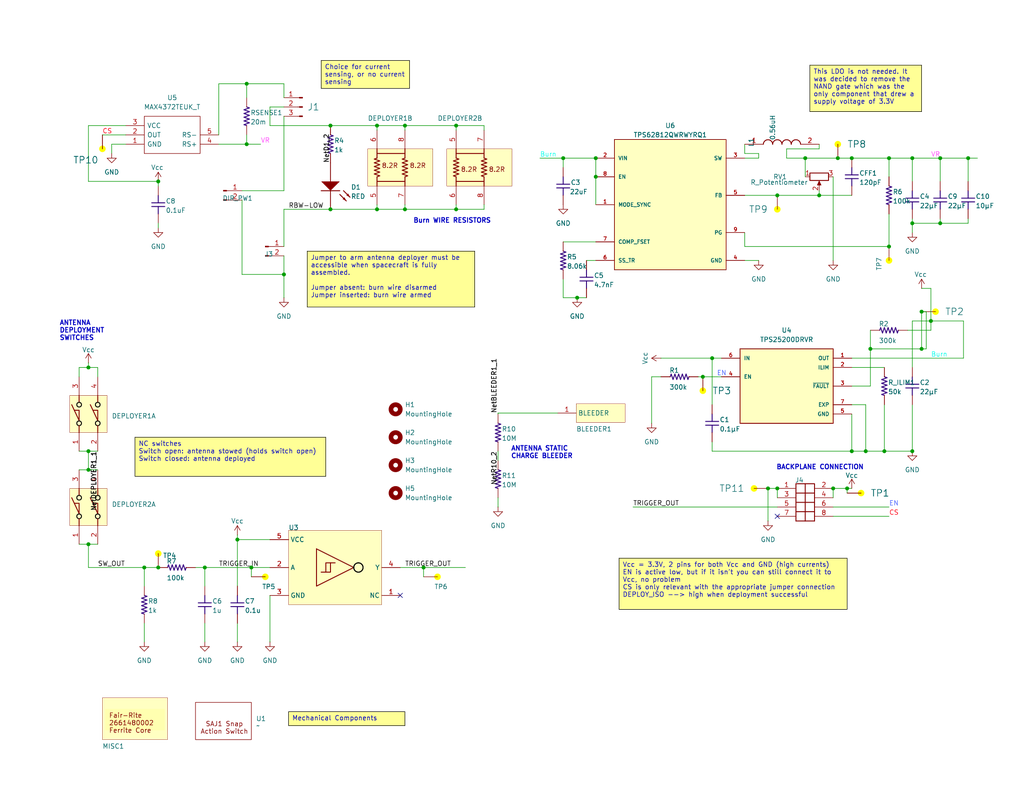
<source format=kicad_sch>
(kicad_sch (version 20231120) (generator "eeschema") (generator_version "8.0")
  (paper "USLetter")
  (title_block (title "Sanket") (date "2024-09-11") (rev "1.0") (company "Student Satellite Program") (comment 1 "Author : Tanish Raghute"))
  (junction (at 231.14 133.35))
  (junction (at 24.13 148.59))
  (junction (at 90.17 57.15))
  (junction (at 43.18 154.94))
  (junction (at 248.92 123.19))
  (junction (at 212.09 53.34))
  (junction (at 67.31 22.86))
  (junction (at 64.77 147.32))
  (junction (at 227.33 133.35))
  (junction (at 77.47 74.93))
  (junction (at 241.3 123.19))
  (junction (at 24.13 123.19))
  (junction (at 251.46 85.09))
  (junction (at 162.56 43.18))
  (junction (at 68.58 154.94))
  (junction (at 55.88 154.94))
  (junction (at 110.49 57.15))
  (junction (at 191.77 102.87))
  (junction (at 242.57 67.31))
  (junction (at 242.57 43.18))
  (junction (at 232.41 123.19))
  (junction (at 223.52 53.34))
  (junction (at 90.17 34.29))
  (junction (at 162.56 48.26))
  (junction (at 232.41 43.18))
  (junction (at 43.18 49.53))
  (junction (at 256.54 60.96))
  (junction (at 157.48 81.28))
  (junction (at 219.71 43.18))
  (junction (at 248.92 43.18))
  (junction (at 102.87 34.29))
  (junction (at 110.49 34.29))
  (junction (at 24.13 128.27))
  (junction (at 251.46 95.25))
  (junction (at 115.57 154.94))
  (junction (at 254 87.63))
  (junction (at 39.37 154.94))
  (junction (at 153.67 43.18))
  (junction (at 124.46 57.15))
  (junction (at 228.6 43.18))
  (junction (at 248.92 60.96))
  (junction (at 194.31 97.79))
  (junction (at 67.31 39.37))
  (junction (at 212.09 133.35))
  (junction (at 264.16 43.18))
  (junction (at 209.55 133.35))
  (junction (at 102.87 57.15))
  (junction (at 124.46 34.29))
  (junction (at 236.22 123.19))
  (junction (at 256.54 43.18))
  (junction (at 24.13 100.33))
  (junction (at 237.49 95.25))
  (no_connect (at 212.09 140.97))
  (no_connect (at 109.22 162.56))
  (wire (pts (xy 203.2 67.31) (xy 242.57 67.31)))
  (wire (pts (xy 24.13 99.06) (xy 24.13 100.33)))
  (wire (pts (xy 254 78.74) (xy 254 87.63)))
  (wire (pts (xy 231.14 133.35) (xy 232.41 133.35)))
  (wire (pts (xy 236.22 123.19) (xy 241.3 123.19)))
  (wire (pts (xy 24.13 49.53) (xy 43.18 49.53)))
  (wire (pts (xy 64.77 160.02) (xy 64.77 147.32)))
  (wire (pts (xy 135.89 112.776) (xy 152.146 112.776)))
  (wire (pts (xy 77.47 31.75) (xy 77.47 52.07)))
  (wire (pts (xy 53.34 154.94) (xy 55.88 154.94)))
  (wire (pts (xy 24.13 123.19) (xy 26.67 123.19)))
  (wire (pts (xy 160.02 71.12) (xy 162.56 71.12)))
  (wire (pts (xy 77.47 74.93) (xy 77.47 81.28)))
  (wire (pts (xy 43.18 50.8) (xy 43.18 49.53)))
  (wire (pts (xy 248.92 87.63) (xy 254 87.63)))
  (wire (pts (xy 153.67 76.2) (xy 153.67 81.28)))
  (wire (pts (xy 73.66 29.21) (xy 77.47 29.21)))
  (wire (pts (xy 227.33 135.89) (xy 227.33 133.35)))
  (wire (pts (xy 73.66 34.29) (xy 73.66 29.21)))
  (wire (pts (xy 232.41 123.19) (xy 236.22 123.19)))
  (wire (pts (xy 21.59 148.59) (xy 24.13 148.59)))
  (wire (pts (xy 110.49 35.56) (xy 110.49 34.29)))
  (wire (pts (xy 21.59 100.33) (xy 24.13 100.33)))
  (wire (pts (xy 237.49 95.25) (xy 251.46 95.25)))
  (wire (pts (xy 247.65 90.17) (xy 254 90.17)))
  (wire (pts (xy 214.63 43.18) (xy 219.71 43.18)))
  (wire (pts (xy 219.71 43.18) (xy 219.71 48.26)))
  (wire (pts (xy 66.04 74.93) (xy 77.47 74.93)))
  (wire (pts (xy 59.69 39.37) (xy 67.31 39.37)))
  (wire (pts (xy 24.13 128.27) (xy 26.67 128.27)))
  (wire (pts (xy 232.41 100.33) (xy 241.3 100.33)))
  (wire (pts (xy 24.13 148.59) (xy 26.67 148.59)))
  (wire (pts (xy 212.09 133.35) (xy 212.09 135.89)))
  (wire (pts (xy 227.33 133.35) (xy 231.14 133.35)))
  (wire (pts (xy 248.92 87.63) (xy 248.92 100.33)))
  (wire (pts (xy 90.17 34.29) (xy 102.87 34.29)))
  (wire (pts (xy 110.49 34.29) (xy 124.46 34.29)))
  (wire (pts (xy 24.13 154.94) (xy 39.37 154.94)))
  (wire (pts (xy 21.59 123.19) (xy 24.13 123.19)))
  (wire (pts (xy 231.14 133.35) (xy 231.14 134.62)))
  (wire (pts (xy 248.92 43.18) (xy 256.54 43.18)))
  (wire (pts (xy 203.2 53.34) (xy 212.09 53.34)))
  (wire (pts (xy 77.47 57.15) (xy 77.47 67.31)))
  (wire (pts (xy 102.87 35.56) (xy 102.87 34.29)))
  (wire (pts (xy 153.67 43.18) (xy 162.56 43.18)))
  (wire (pts (xy 256.54 59.69) (xy 256.54 60.96)))
  (wire (pts (xy 264.16 59.69) (xy 264.16 60.96)))
  (wire (pts (xy 132.08 34.29) (xy 132.08 35.56)))
  (wire (pts (xy 115.57 157.48) (xy 115.57 154.94)))
  (wire (pts (xy 30.48 39.37) (xy 30.48 41.91)))
  (wire (pts (xy 135.89 113.03) (xy 135.89 112.776)))
  (wire (pts (xy 227.33 140.97) (xy 242.57 140.97)))
  (wire (pts (xy 203.2 63.5) (xy 203.2 67.31)))
  (wire (pts (xy 68.58 154.94) (xy 73.66 154.94)))
  (wire (pts (xy 147.32 43.18) (xy 153.67 43.18)))
  (wire (pts (xy 251.46 78.74) (xy 254 78.74)))
  (wire (pts (xy 21.59 128.27) (xy 24.13 128.27)))
  (wire (pts (xy 102.87 34.29) (xy 110.49 34.29)))
  (wire (pts (xy 227.33 138.43) (xy 242.57 138.43)))
  (wire (pts (xy 64.77 147.32) (xy 73.66 147.32)))
  (wire (pts (xy 194.31 97.79) (xy 196.85 97.79)))
  (wire (pts (xy 264.16 43.18) (xy 264.16 49.53)))
  (wire (pts (xy 43.18 62.23) (xy 43.18 60.96)))
  (wire (pts (xy 194.31 120.65) (xy 194.31 123.19)))
  (wire (pts (xy 64.77 170.18) (xy 64.77 175.26)))
  (wire (pts (xy 24.13 123.19) (xy 24.13 128.27)))
  (wire (pts (xy 55.88 154.94) (xy 55.88 160.02)))
  (wire (pts (xy 241.3 110.49) (xy 241.3 123.19)))
  (wire (pts (xy 59.69 22.86) (xy 67.31 22.86)))
  (wire (pts (xy 191.77 102.87) (xy 196.85 102.87)))
  (wire (pts (xy 237.49 95.25) (xy 237.49 105.41)))
  (wire (pts (xy 153.67 66.04) (xy 162.56 66.04)))
  (wire (pts (xy 124.46 34.29) (xy 132.08 34.29)))
  (wire (pts (xy 68.58 157.48) (xy 68.58 154.94)))
  (wire (pts (xy 232.41 105.41) (xy 237.49 105.41)))
  (wire (pts (xy 26.67 100.33) (xy 26.67 102.87)))
  (wire (pts (xy 194.31 123.19) (xy 232.41 123.19)))
  (wire (pts (xy 219.71 43.18) (xy 228.6 43.18)))
  (wire (pts (xy 242.57 43.18) (xy 248.92 43.18)))
  (wire (pts (xy 59.69 22.86) (xy 59.69 36.83)))
  (wire (pts (xy 232.41 113.03) (xy 232.41 123.19)))
  (wire (pts (xy 67.31 39.37) (xy 71.12 39.37)))
  (wire (pts (xy 248.92 43.18) (xy 248.92 49.53)))
  (wire (pts (xy 153.67 43.18) (xy 153.67 45.72)))
  (wire (pts (xy 24.13 34.29) (xy 24.13 49.53)))
  (wire (pts (xy 102.87 55.88) (xy 102.87 57.15)))
  (wire (pts (xy 24.13 148.59) (xy 24.13 154.94)))
  (wire (pts (xy 73.66 34.29) (xy 90.17 34.29)))
  (wire (pts (xy 232.41 43.18) (xy 242.57 43.18)))
  (wire (pts (xy 67.31 22.86) (xy 77.47 22.86)))
  (wire (pts (xy 203.2 71.12) (xy 207.01 71.12)))
  (wire (pts (xy 227.33 48.26) (xy 227.33 71.12)))
  (wire (pts (xy 190.5 102.87) (xy 191.77 102.87)))
  (wire (pts (xy 207.01 43.18) (xy 207.01 41.91)))
  (wire (pts (xy 39.37 170.18) (xy 39.37 175.26)))
  (wire (pts (xy 124.46 57.15) (xy 132.08 57.15)))
  (wire (pts (xy 27.94 36.83) (xy 34.29 36.83)))
  (wire (pts (xy 242.57 43.18) (xy 242.57 48.26)))
  (wire (pts (xy 157.48 81.28) (xy 160.02 81.28)))
  (wire (pts (xy 55.88 154.94) (xy 68.58 154.94)))
  (wire (pts (xy 115.57 154.94) (xy 127 154.94)))
  (wire (pts (xy 77.47 22.86) (xy 77.47 26.67)))
  (wire (pts (xy 124.46 57.15) (xy 124.46 55.88)))
  (wire (pts (xy 21.59 102.87) (xy 21.59 100.33)))
  (wire (pts (xy 232.41 110.49) (xy 236.22 110.49)))
  (wire (pts (xy 254 90.17) (xy 254 87.63)))
  (wire (pts (xy 248.92 110.49) (xy 248.92 123.19)))
  (wire (pts (xy 256.54 43.18) (xy 264.16 43.18)))
  (wire (pts (xy 34.29 39.37) (xy 30.48 39.37)))
  (wire (pts (xy 264.16 43.18) (xy 266.7 43.18)))
  (wire (pts (xy 241.3 123.19) (xy 248.92 123.19)))
  (wire (pts (xy 248.92 60.96) (xy 248.92 63.5)))
  (wire (pts (xy 77.47 52.07) (xy 66.04 52.07)))
  (wire (pts (xy 242.57 58.42) (xy 242.57 67.31)))
  (wire (pts (xy 251.46 95.25) (xy 251.46 85.09)))
  (wire (pts (xy 251.46 95.25) (xy 252.73 95.25)))
  (wire (pts (xy 39.37 154.94) (xy 39.37 160.02)))
  (wire (pts (xy 223.52 40.64) (xy 223.52 39.37)))
  (wire (pts (xy 90.17 57.15) (xy 77.47 57.15)))
  (wire (pts (xy 124.46 34.29) (xy 124.46 35.56)))
  (wire (pts (xy 109.22 154.94) (xy 115.57 154.94)))
  (wire (pts (xy 262.89 97.79) (xy 262.89 87.63)))
  (wire (pts (xy 177.8 102.87) (xy 180.34 102.87)))
  (wire (pts (xy 252.73 95.25) (xy 252.73 85.09)))
  (wire (pts (xy 90.17 57.15) (xy 102.87 57.15)))
  (wire (pts (xy 180.34 97.79) (xy 194.31 97.79)))
  (wire (pts (xy 64.77 146.05) (xy 64.77 147.32)))
  (wire (pts (xy 256.54 43.18) (xy 256.54 49.53)))
  (wire (pts (xy 55.88 170.18) (xy 55.88 175.26)))
  (wire (pts (xy 256.54 60.96) (xy 248.92 60.96)))
  (wire (pts (xy 39.37 154.94) (xy 43.18 154.94)))
  (wire (pts (xy 203.2 41.91) (xy 203.2 39.37)))
  (wire (pts (xy 203.2 43.18) (xy 207.01 43.18)))
  (wire (pts (xy 66.04 54.61) (xy 66.04 74.93)))
  (wire (pts (xy 162.56 48.26) (xy 162.56 55.88)))
  (wire (pts (xy 207.01 41.91) (xy 203.2 41.91)))
  (wire (pts (xy 228.6 43.18) (xy 232.41 43.18)))
  (wire (pts (xy 209.55 142.24) (xy 209.55 133.35)))
  (wire (pts (xy 177.8 102.87) (xy 177.8 115.57)))
  (wire (pts (xy 77.47 69.85) (xy 77.47 74.93)))
  (wire (pts (xy 110.49 57.15) (xy 124.46 57.15)))
  (wire (pts (xy 132.08 57.15) (xy 132.08 55.88)))
  (wire (pts (xy 214.63 40.64) (xy 223.52 40.64)))
  (wire (pts (xy 223.52 53.34) (xy 232.41 53.34)))
  (wire (pts (xy 162.56 43.18) (xy 162.56 48.26)))
  (wire (pts (xy 236.22 110.49) (xy 236.22 123.19)))
  (wire (pts (xy 232.41 97.79) (xy 262.89 97.79)))
  (wire (pts (xy 212.09 53.34) (xy 223.52 53.34)))
  (wire (pts (xy 248.92 59.69) (xy 248.92 60.96)))
  (wire (pts (xy 254 87.63) (xy 262.89 87.63)))
  (wire (pts (xy 135.89 135.89) (xy 135.89 138.43)))
  (wire (pts (xy 73.66 175.26) (xy 73.66 162.56)))
  (wire (pts (xy 209.55 133.35) (xy 212.09 133.35)))
  (wire (pts (xy 223.52 52.07) (xy 223.52 53.34)))
  (wire (pts (xy 153.67 81.28) (xy 157.48 81.28)))
  (wire (pts (xy 264.16 60.96) (xy 256.54 60.96)))
  (wire (pts (xy 67.31 36.83) (xy 67.31 39.37)))
  (wire (pts (xy 110.49 57.15) (xy 110.49 55.88)))
  (wire (pts (xy 194.31 97.79) (xy 194.31 110.49)))
  (wire (pts (xy 172.72 138.43) (xy 212.09 138.43)))
  (wire (pts (xy 24.13 100.33) (xy 26.67 100.33)))
  (wire (pts (xy 135.89 123.19) (xy 135.89 125.73)))
  (wire (pts (xy 34.29 34.29) (xy 24.13 34.29)))
  (wire (pts (xy 102.87 57.15) (xy 110.49 57.15)))
  (wire (pts (xy 214.63 43.18) (xy 214.63 40.64)))
  (wire (pts (xy 67.31 26.67) (xy 67.31 22.86)))
  (wire (pts (xy 237.49 90.17) (xy 237.49 95.25)))
  (wire (pts (xy 252.73 85.09) (xy 251.46 85.09)))
  (text_box "ANTENNA STATIC\nCHARGE BLEEDER" (at 138.43 120.65 0) (size 31.75 5.08) (stroke (width -0.0001) (color 0 0 0 1)) (effects (font (size 1.27 1.27) (bold yes)) (justify left top)))
  (text_box "This LDO is not needed. It was decided to remove the NAND gate which was the only component that drew a supply voltage of 3.3V" (at 220.98 17.78 0) (size 30.48 12.7) (stroke (width 0) (color 0 0 0 1)) (fill (type color) (color 255 255 150 1)) (effects (font (size 1.27 1.27)) (justify left top)))
  (text_box "Burn WIRE RESISTORS" (at 111.76 58.42 0) (size 44.45 2.54) (stroke (width -0.0001) (color 0 0 0 1)) (effects (font (size 1.27 1.27) (bold yes)) (justify left top)))
  (text_box "Mechanical Components" (at 78.74 194.31 0) (size 31.75 3.81) (stroke (width 0) (color 0 0 0 1)) (fill (type color) (color 255 255 150 1)) (effects (font (size 1.27 1.27)) (justify left top)))
  (text_box "ANTENNA\nDEPLOYMENT\nSWITCHES" (at 31.75 86.36 0) (size -16.51 7.62) (stroke (width -0.0001) (color 0 0 0 1)) (effects (font (size 1.27 1.27) (bold yes)) (justify left top)))
  (text_box "NC switches\nSwitch open: antenna stowed (holds switch open)\nSwitch closed: antenna deployed" (at 36.83 119.38 0) (size 52.07 10.668) (stroke (width 0) (color 0 0 0 1)) (fill (type color) (color 255 255 150 1)) (effects (font (size 1.27 1.27)) (justify left top)))
  (text_box "Vcc = 3.3V, 2 pins for both Vcc and GND (high currents)\nEN is active low, but if it isn't you can still connect it to Vcc, no problem\nCS is only relevant with the appropriate jumper connection\nDEPLOY_ISO --> high when deployment successful" (at 168.91 152.4 0) (size 62.23 13.97) (stroke (width 0) (color 0 0 0 1)) (fill (type color) (color 255 255 150 1)) (effects (font (size 1.27 1.27)) (justify left top)))
  (text_box "BACKPLANE CONNECTION" (at 210.82 125.73 0) (size 31.75 2.54) (stroke (width -0.0001) (color 0 0 0 1)) (effects (font (size 1.27 1.27) (bold yes)) (justify left top)))
  (text_box "Choice for current sensing, or no current sensing" (at 87.63 16.51 0) (size 24.13 7.62) (stroke (width 0) (color 0 0 0 1)) (fill (type color) (color 255 255 150 1)) (effects (font (size 1.27 1.27)) (justify left top)))
  (text_box "Jumper to arm antenna deployer must be accessible when spacecraft is fully assembled.\n\nJumper absent: burn wire disarmed  \nJumper inserted: burn wire armed\n" (at 83.82 68.58 0) (size 45.72 15.24) (stroke (width 0) (color 0 0 0 1)) (fill (type color) (color 255 255 150 1)) (effects (font (size 1.27 1.27)) (justify left top)))
  (label "TRIGGER_OUT" (at 110.49 154.94 0))
  (label "CS" (at 242.57 140.97 0))
  (label "NetR10_2" (at 135.89 123.19 270))
  (label "EN" (at 195.58 102.87 0))
  (label "VR" (at 254 43.18 0))
  (label "CS" (at 27.94 36.83 0))
  (label "RBW-LOW" (at 78.74 57.15 0))
  (label "Burn" (at 147.32 43.18 0))
  (label "TRIGGER_IN" (at 59.69 154.94 0))
  (label "NetDEPLOYER1_1" (at 26.67 123.19 270))
  (label "NetD1_2" (at 90.17 44.45 90))
  (label "TRIGGER_OUT" (at 172.72 138.43 0))
  (label "Burn" (at 254 97.79 0))
  (label "NetDEPLOYER1_1" (at 26.67 123.19 270))
  (label "NetBLEEDER1_1" (at 135.89 112.776 90))
  (label "SW_OUT" (at 26.67 154.94 0))
  (label "EN" (at 242.57 138.43 0))
  (label "VR" (at 71.12 39.37 0))
  (label "NetBLEEDER1_1" (at 135.89 112.776 90))
  (label "NetDEPLOYER1_1" (at 26.67 123.19 270))
  (label "NetD1_2" (at 90.17 44.45 90))
  (label "NetDEPLOYER1_1" (at 26.67 123.19 270))
  (label "NetR10_2" (at 135.89 123.19 270))
  (symbol (lib_id "sanket 4.0-altium-import:root_0_MISC-TP-SURF") (at 119.38 157.48 0) (unit 1)
    (property "Reference" "TP6" (at 118.491 160.909 0) (effects (justify left bottom)))
    (property "Value" "Test points" (effects (hide yes)))
    (property "Footprint" "antenna:MISC-TP-SURF" (effects (hide yes)))
  )
  (symbol (lib_id "sanket 4.0-altium-import:root_0_MECH-Antenna-Deployer-Tab") (at 121.92 55.88 0) (unit 2)
    (property "Reference" "DEPLOYER2" (at 119.38 33.02 0) (effects (justify left bottom)))
    (property "Footprint" "antenna:MECH-DEPLOYER-CENTRE" (effects (hide yes)))
  )
  (symbol (lib_id "Mechanical:MountingHole") (at 107.95 111.76 0) (unit 1) (exclude_from_sim yes) (in_bom no)
    (property "Reference" "H1" (at 110.49 110.4899 0) (effects (justify left)))
    (property "Value" "MountingHole" (at 110.49 113.0299 0) (effects (justify left)))
    (property "Footprint" "MountingHole:MountingHole_3.2mm_M3" (effects (hide yes)))
    (property "Description" "Mounting Hole without connection" (effects (hide yes)))
  )
  (symbol (lib_id "Mechanical:MountingHole") (at 107.95 119.38 0) (unit 1) (exclude_from_sim yes) (in_bom no)
    (property "Reference" "H2" (at 110.49 118.1099 0) (effects (justify left)))
    (property "Value" "MountingHole" (at 110.49 120.6499 0) (effects (justify left)))
    (property "Footprint" "MountingHole:MountingHole_3.2mm_M3" (effects (hide yes)))
    (property "Description" "Mounting Hole without connection" (effects (hide yes)))
  )
  (symbol (lib_id "sanket 4.0-altium-import:root_1_MISC-TP-SURF") (at 43.18 151.13 0) (unit 1)
    (property "Reference" "TP4" (at 44.45 152.4 0) (effects (justify left bottom)))
    (property "Value" "Test points" (effects (hide yes)))
    (property "Footprint" "antenna:MISC-TP-SURF" (effects (hide yes)))
  )
  (symbol (lib_id "TPS25200DRVR:TPS25200DRVR") (at 214.63 105.41 0) (unit 1)
    (property "Reference" "U4" (at 214.63 90.17 0))
    (property "Value" "TPS25200DRVR" (at 214.63 92.71 0))
    (property "Footprint" "TPS25200DRVR footprint symbol:SON65P200X200X80-7N" (effects (hide yes)))
    (property "DigiKey_Part_Number" "296-37842-2-ND" (effects (hide yes)))
    (property "MF" "Texas Instruments" (effects (hide yes)))
    (property "MAXIMUM_PACKAGE_HEIGHT" "0.8 mm" (effects (hide yes)))
    (property "Package" "WSON-6 Texas Instruments" (effects (hide yes)))
    (property "Check_prices" "https://www.snapeda.com/parts/TPS25200DRVR/Texas+Instruments/view-part/?ref=eda" (effects (hide yes)))
    (property "STANDARD" "IPC 7351B" (effects (hide yes)))
    (property "PARTREV" "D" (effects (hide yes)))
    (property "SnapEDA_Link" "https://www.snapeda.com/parts/TPS25200DRVR/Texas+Instruments/view-part/?ref=snap" (effects (hide yes)))
    (property "MP" "TPS25200DRVR" (effects (hide yes)))
    (property "Purchase-URL" "https://www.snapeda.com/api/url_track_click_mouser/?unipart_id=549236&manufacturer=Texas Instruments&part_name=TPS25200DRVR&search_term=tps25200drvr" (effects (hide yes)))
    (property "Description_1" "\n2.5-V to 6.5-V, 60mΩ, 0.085-2.9A eFuse with reverse current blocking when off\n" (effects (hide yes)))
    (property "MANUFACTURER" "Texas Instruments" (effects (hide yes)))
    (property "Price" "None" (effects (hide yes)))
    (property "Availability" "In Stock" (effects (hide yes)))
  )
  (symbol (lib_id "power:GND") (at 135.89 138.43 0) (unit 1)
    (property "Reference" "#PWR019" (effects (hide yes)))
    (property "Value" "GND" (at 135.89 143.51 0))
    (property "Description" "Power symbol creates a global label with name \"GND\" , ground" (effects (hide yes)))
  )
  (symbol (lib_id "power:VCC") (at 64.77 146.05 0) (mirror y) (unit 1)
    (property "Reference" "#PWR0119" (effects (hide yes)))
    (property "Value" "Vcc" (at 64.77 142.24 0))
    (property "Description" "Power symbol creates a global label with name \"VCC\"" (effects (hide yes)))
  )
  (symbol (lib_id "power:GND") (at 227.33 71.12 0) (unit 1)
    (property "Reference" "#PWR014" (effects (hide yes)))
    (property "Value" "GND" (at 227.33 76.2 0))
    (property "Description" "Power symbol creates a global label with name \"GND\" , ground" (effects (hide yes)))
  )
  (symbol (lib_id "sanket 4.0-altium-import:root_1_CAP-CER-4.7u-10V") (at 160.02 76.2 0) (unit 1)
    (property "Reference" "C5" (at 162.052 75.946 0) (effects (justify left bottom)))
    (property "Value" "4.7nF" (at 162.052 78.486 0) (effects (justify left bottom)))
    (property "Footprint" "antenna:CAP-0603-KEMET" (effects (hide yes)))
    (property "Description" "±10% 10V Ceramic Capacitor X5R 0603 (1608 Metric)" (effects (hide yes)))
    (property "MANUFACTURER" "KEMET" (effects (hide yes)))
    (property "MANUFACTURER PART NUMBER" "C0603C475K8PACTU" (effects (hide yes)))
    (property "SUPPLIER 1" "Digi-Key" (effects (hide yes)))
    (property "SUPPLIER PART NUMBER 1" "399-5503-1-ND" (effects (hide yes)))
    (property "COMPONENTLINK1DESCRIPTION" "Datasheet" (effects (hide yes)))
    (property "COMPONENTLINK1URL" "https://www.kemet.com/en/us/capacitors/ceramic/product/C0603C475K8PACTU.html" (effects (hide yes)))
  )
  (symbol (lib_id "sanket 4.0-altium-import:root_1_RES-1k-1%") (at 39.37 165.1 0) (unit 1)
    (property "Reference" "R8" (at 40.386 164.846 0) (effects (justify left bottom)))
    (property "Value" "1k" (at 40.386 167.386 0) (effects (justify left bottom)))
    (property "Footprint" "antenna:RES_0603_Panasonic" (effects (hide yes)))
    (property "SUPPLIER PART NUMBER 1" "P1.00KHCT-ND" (effects (hide yes)))
  )
  (symbol (lib_id "Connector:Conn_01x02_Pin") (at 60.96 52.07 0) (unit 1)
    (property "Reference" "DIR_PW1" (at 60.706 54.864 0) (effects (justify left bottom)))
    (property "Value" "ARM_Header" (effects (hide yes)))
    (property "Footprint" "Connector_PinHeader_2.54mm:PinHeader_1x02_P2.54mm_Vertical" (effects (hide yes)))
    (property "Description" "Generic connector, single row, 01x02, script generated" (effects (hide yes)))
    (property "SUPPLIER PART NUMBER 1" "952-3231-ND" (effects (hide yes)))
  )
  (symbol (lib_id "sanket 4.0-altium-import:root_3_RES-10M-1%") (at 241.3 105.41 0) (unit 1)
    (property "Reference" "R_ILIM1" (at 242.316 105.156 0) (effects (justify left bottom)))
    (property "Value" "50k" (at 242.316 107.696 0) (effects (justify left bottom)))
    (property "Footprint" "antenna:RES_0603_Panasonic" (effects (hide yes)))
    (property "SUPPLIER PART NUMBER 1" "311-10.0MHRCT-ND" (effects (hide yes)))
  )
  (symbol (lib_id "sanket 4.0-altium-import:root_0_MISC-TP-SURF") (at 72.39 157.48 0) (unit 1)
    (property "Reference" "TP5" (at 71.501 160.909 0) (effects (justify left bottom)))
    (property "Value" "Test points" (effects (hide yes)))
    (property "Footprint" "antenna:MISC-TP-SURF" (effects (hide yes)))
  )
  (symbol (lib_id "antenna:MISC-TP-SURF") (at 234.95 134.62 0) (unit 1)
    (property "Reference" "TP1" (at 237.49 134.6199 0) (effects (font (size 1.8288 1.8288)) (justify left)))
    (property "Value" "Test points" (effects (hide yes)))
    (property "Footprint" "antenna:MISC-TP-SURF" (effects (hide yes)))
    (property "Description" "Surface test point" (effects (hide yes)))
  )
  (symbol (lib_id "power:GND") (at 77.47 81.28 0) (unit 1)
    (property "Reference" "#PWR06" (effects (hide yes)))
    (property "Value" "GND" (at 77.47 86.36 0))
    (property "Description" "Power symbol creates a global label with name \"GND\" , ground" (effects (hide yes)))
  )
  (symbol (lib_id "sanket 4.0-altium-import:root_1_RES-1k-1%") (at 67.31 31.75 0) (unit 1)
    (property "Reference" "RSENSE1" (at 68.326 31.496 0) (effects (justify left bottom)))
    (property "Value" "20m" (at 68.326 34.036 0) (effects (justify left bottom)))
    (property "Footprint" "antenna:RES_0603_Panasonic" (effects (hide yes)))
    (property "SUPPLIER PART NUMBER 1" "P1.00KHCT-ND" (effects (hide yes)))
  )
  (symbol (lib_id "sanket 4.0-altium-import:root_1_RES-1k-1%") (at 90.17 39.37 0) (unit 1)
    (property "Reference" "R4" (at 91.186 39.116 0) (effects (justify left bottom)))
    (property "Value" "1k" (at 91.186 41.656 0) (effects (justify left bottom)))
    (property "Footprint" "antenna:RES_0603_Panasonic" (effects (hide yes)))
    (property "SUPPLIER PART NUMBER 1" "P1.00KHCT-ND" (effects (hide yes)))
  )
  (symbol (lib_id "power:GND") (at 64.77 175.26 0) (unit 1)
    (property "Reference" "#PWR017" (effects (hide yes)))
    (property "Value" "GND" (at 64.77 180.34 0))
    (property "Description" "Power symbol creates a global label with name \"GND\" , ground" (effects (hide yes)))
  )
  (symbol (lib_id "sanket 4.0-altium-import:root_3_RES-10M-1%") (at 153.67 71.12 0) (unit 1)
    (property "Reference" "R5" (at 154.686 70.866 0) (effects (justify left bottom)))
    (property "Value" "8.06k" (at 154.686 73.406 0) (effects (justify left bottom)))
    (property "Footprint" "antenna:RES_0603_Panasonic" (effects (hide yes)))
    (property "SUPPLIER PART NUMBER 1" "311-10.0MHRCT-ND" (effects (hide yes)))
  )
  (symbol (lib_id "sanket 4.0-altium-import:root_1_MECH-Antenna Deployer") (at 21.59 123.19 0) (unit 1)
    (property "Reference" "DEPLOYER1" (at 30.48 114.3 0) (effects (justify left bottom)))
    (property "Footprint" "antenna:MECH-Deployer-Shield" (effects (hide yes)))
  )
  (symbol (lib_id "sanket 4.0-altium-import:root_1_CAP-CER-0.1u-16V") (at 64.77 165.1 0) (unit 1)
    (property "Reference" "C7" (at 66.802 164.846 0) (effects (justify left bottom)))
    (property "Value" "0.1u" (at 66.802 167.386 0) (effects (justify left bottom)))
    (property "Footprint" "antenna:CAP-0603-KEMET" (effects (hide yes)))
    (property "SUPPLIER PART NUMBER 1" "399-17393-1-ND" (effects (hide yes)))
  )
  (symbol (lib_id "antenna:MISC-TP-SURF") (at 255.27 85.09 0) (unit 1)
    (property "Reference" "TP2" (at 257.81 85.0899 0) (effects (font (size 1.8288 1.8288)) (justify left)))
    (property "Value" "Test points" (effects (hide yes)))
    (property "Footprint" "antenna:MISC-TP-SURF" (effects (hide yes)))
    (property "Description" "Surface test point" (effects (hide yes)))
  )
  (symbol (lib_id "sanket 4.0-altium-import:root_1_CAP-CER-0.1u-16V") (at 43.18 55.88 0) (unit 1)
    (property "Reference" "C8" (at 45.212 55.626 0) (effects (justify left bottom)))
    (property "Value" "0.1uF" (at 45.212 58.166 0) (effects (justify left bottom)))
    (property "Footprint" "antenna:CAP-0603-KEMET" (effects (hide yes)))
    (property "SUPPLIER PART NUMBER 1" "399-17393-1-ND" (effects (hide yes)))
  )
  (symbol (lib_id "power:VCC") (at 43.18 49.53 0) (unit 1)
    (property "Reference" "#PWR01" (effects (hide yes)))
    (property "Value" "Vcc" (at 42.926 45.72 0))
    (property "Description" "Power symbol creates a global label with name \"VCC\"" (effects (hide yes)))
  )
  (symbol (lib_id "power:GND") (at 248.92 63.5 0) (unit 1)
    (property "Reference" "#PWR07" (effects (hide yes)))
    (property "Value" "GND" (at 248.92 68.58 0))
    (property "Description" "Power symbol creates a global label with name \"GND\" , ground" (effects (hide yes)))
  )
  (symbol (lib_id "sanket 4.0-altium-import:root_0_RES-100k-1%") (at 48.26 154.94 0) (unit 1)
    (property "Reference" "R7" (at 45.466 153.924 0) (effects (justify left bottom)))
    (property "Value" "100k" (at 45.466 158.496 0) (effects (justify left bottom)))
    (property "Footprint" "antenna:RES_0603_Panasonic" (effects (hide yes)))
    (property "MANUFACTURER PART NUMBER" "ERJ3EKF1003V" (effects (hide yes)))
  )
  (symbol (lib_id "Connector:Conn_01x03_Pin") (at 82.55 29.21 0) (mirror y) (unit 1)
    (property "Reference" "J1" (at 83.82 29.2099 0) (effects (font (size 1.8288 1.8288)) (justify right)))
    (property "Value" "HEAD-RA-SMT-2.54mm-1x3" (effects (hide yes)))
    (property "Footprint" "Connector_PinHeader_2.54mm:PinHeader_1x03_P2.54mm_Vertical" (effects (hide yes)))
    (property "Description" "Generic connector, single row, 01x03, script generated" (effects (hide yes)))
    (property "Manufacturer" "Harwin Inc." (effects (hide yes)))
    (property "Manufacturer Part Number" "M20-8890345" (effects (hide yes)))
    (property "Supplier 1" "Digi-Key" (effects (hide yes)))
    (property "Supplier Part Number 1" "952-3232-ND" (effects (hide yes)))
    (property "ComponentLink1Description" "Datasheet" (effects (hide yes)))
    (property "ComponentLink1URL" "https://cdn.harwin.com/pdfs/M20-889.pdf" (effects (hide yes)))
  )
  (symbol (lib_id "Device:R_Potentiometer") (at 223.52 48.26 90) (mirror x) (unit 1)
    (property "Reference" "RV1" (at 212.852 48.26 90))
    (property "Value" "R_Potentiometer" (at 212.598 49.784 90))
    (property "Footprint" "Potentiometer_THT:Potentiometer_Runtron_RM-065_Vertical" (effects (hide yes)))
    (property "Description" "Potentiometer" (effects (hide yes)))
  )
  (symbol (lib_id "sanket 4.0-altium-import:root_0_MECH-BLEEDER") (at 162.306 112.776 0) (unit 1)
    (property "Reference" "BLEEDER1" (at 157.226 117.856 0) (effects (justify left bottom)))
    (property "Value" "Present (no need to buy)" (effects (hide yes)))
    (property "Footprint" "antenna:MISC-BLEEDER-PAD" (effects (hide yes)))
  )
  (symbol (lib_id "power:GND") (at 177.8 115.57 0) (unit 1)
    (property "Reference" "#PWR012" (effects (hide yes)))
    (property "Value" "GND" (at 177.8 120.65 0))
    (property "Description" "Power symbol creates a global label with name \"GND\" , ground" (effects (hide yes)))
  )
  (symbol (lib_id "sanket 4.0-altium-import:root_0_HEAD-2.54mm-2x4") (at 217.17 132.08 0) (unit 1)
    (property "Reference" "J4" (at 216.916 131.826 0) (effects (justify left bottom)))
    (property "Value" "Backplane" (effects (hide yes)))
    (property "Footprint" "antenna:HEAD_TSW-104-14-L-D" (effects (hide yes)))
    (property "SUPPLIER 1" "Digi-Key" (effects (hide yes)))
  )
  (symbol (lib_id "antenna:MISC-TP-SURF") (at 191.77 106.68 270) (unit 1)
    (property "Reference" "TP3" (at 194.31 106.6799 90) (effects (font (size 1.8288 1.8288)) (justify left)))
    (property "Value" "Test points" (effects (hide yes)))
    (property "Footprint" "antenna:MISC-TP-SURF" (effects (hide yes)))
    (property "Description" "Surface test point" (effects (hide yes)))
  )
  (symbol (lib_id "sanket 4.0-altium-import:root_3_RES-10M-1%") (at 242.57 53.34 0) (unit 1)
    (property "Reference" "R6" (at 243.586 53.086 0) (effects (justify left bottom)))
    (property "Value" "100k" (at 243.586 55.626 0) (effects (justify left bottom)))
    (property "Footprint" "antenna:RES_0603_Panasonic" (effects (hide yes)))
    (property "SUPPLIER PART NUMBER 1" "311-10.0MHRCT-ND" (effects (hide yes)))
  )
  (symbol (lib_id "antenna:MISC-TP-SURF") (at 205.74 133.35 0) (mirror y) (unit 1)
    (property "Reference" "TP11" (at 203.2 133.3499 0) (effects (font (size 1.8288 1.8288)) (justify left)))
    (property "Value" "Test points" (effects (hide yes)))
    (property "Footprint" "antenna:MISC-TP-SURF" (effects (hide yes)))
    (property "Description" "Surface test point" (effects (hide yes)))
  )
  (symbol (lib_id "power:GND") (at 73.66 175.26 0) (unit 1)
    (property "Reference" "#PWR018" (effects (hide yes)))
    (property "Value" "GND" (at 73.66 180.34 0))
    (property "Description" "Power symbol creates a global label with name \"GND\" , ground" (effects (hide yes)))
  )
  (symbol (lib_id "power:GND") (at 209.55 142.24 0) (unit 1)
    (property "Reference" "#PWR011" (effects (hide yes)))
    (property "Value" "GND" (at 209.55 147.32 0))
    (property "Description" "Power symbol creates a global label with name \"GND\" , ground" (effects (hide yes)))
  )
  (symbol (lib_id "sanket 4.0-altium-import:root_2_mirrored_MECH-Antenna Deployer") (at 100.33 35.56 0) (unit 2)
    (property "Reference" "DEPLOYER1" (at 100.33 33.02 0) (effects (justify left bottom)))
    (property "Footprint" "antenna:MECH-Deployer-Shield" (effects (hide yes)))
  )
  (symbol (lib_id "power:VCC") (at 251.46 78.74 0) (unit 1)
    (property "Reference" "#PWR010" (effects (hide yes)))
    (property "Value" "Vcc" (at 251.206 74.93 0))
    (property "Description" "Power symbol creates a global label with name \"VCC\"" (effects (hide yes)))
  )
  (symbol (lib_id "Mechanical:MountingHole") (at 107.95 134.62 0) (unit 1) (exclude_from_sim yes) (in_bom no)
    (property "Reference" "H5" (at 110.49 133.3499 0) (effects (justify left)))
    (property "Value" "MountingHole" (at 110.49 135.8899 0) (effects (justify left)))
    (property "Footprint" "MountingHole:MountingHole_3.2mm_M3" (effects (hide yes)))
    (property "Description" "Mounting Hole without connection" (effects (hide yes)))
  )
  (symbol (lib_id "power:GND") (at 39.37 175.26 0) (unit 1)
    (property "Reference" "#PWR09" (effects (hide yes)))
    (property "Value" "GND" (at 39.37 180.34 0))
    (property "Description" "Power symbol creates a global label with name \"GND\" , ground" (effects (hide yes)))
  )
  (symbol (lib_id "sanket 4.0-altium-import:root_0_RES-0R-JUMPER-0603") (at 242.57 90.17 0) (unit 1)
    (property "Reference" "R2" (at 239.776 89.154 0) (effects (justify left bottom)))
    (property "Value" "300k" (at 239.776 93.726 0) (effects (justify left bottom)))
    (property "Footprint" "antenna:RES_0603_Panasonic" (effects (hide yes)))
    (property "SUPPLIER PART NUMBER 1" "P0.0GCT-ND" (effects (hide yes)))
  )
  (symbol (lib_id "Mechanical:MountingHole") (at 107.95 127 0) (unit 1) (exclude_from_sim yes) (in_bom no)
    (property "Reference" "H3" (at 110.49 125.7299 0) (effects (justify left)))
    (property "Value" "MountingHole" (at 110.49 128.2699 0) (effects (justify left)))
    (property "Footprint" "MountingHole:MountingHole_3.2mm_M3" (effects (hide yes)))
    (property "Description" "Mounting Hole without connection" (effects (hide yes)))
  )
  (symbol (lib_id "power:GND") (at 43.18 62.23 0) (unit 1)
    (property "Reference" "#PWR02" (effects (hide yes)))
    (property "Value" "GND" (at 43.18 67.31 0))
    (property "Description" "Power symbol creates a global label with name \"GND\" , ground" (effects (hide yes)))
  )
  (symbol (lib_id "sanket 4.0-altium-import:root_3_RES-10M-1%") (at 135.89 130.81 0) (unit 1)
    (property "Reference" "R11" (at 136.906 130.556 0) (effects (justify left bottom)))
    (property "Value" "10M" (at 136.906 133.096 0) (effects (justify left bottom)))
    (property "Footprint" "antenna:RES_0603_Panasonic" (effects (hide yes)))
    (property "SUPPLIER PART NUMBER 1" "311-10.0MHRCT-ND" (effects (hide yes)))
  )
  (symbol (lib_id "TPS25200DRVR:MISC-DEPLOYMENT-SWITCH") (at 60.96 194.31 0) (unit 1)
    (property "Reference" "U1" (at 69.85 196.2149 0) (effects (justify left)))
    (property "Value" "~" (at 69.85 198.12 0) (effects (justify left)))
  )
  (symbol (lib_id "sanket 4.0-altium-import:root_0_MISC-FERRITE") (at 36.83 198.12 0) (unit 1)
    (property "Reference" "MISC1" (at 27.94 204.47 0) (effects (justify left bottom)))
    (property "Value" "Ferrite bead" (effects (hide yes)))
    (property "Footprint" "antenna:MISC-FERRITE-2661480002" (effects (hide yes)))
    (property "SUPPLIER PART NUMBER 1" "1934-1241-ND" (effects (hide yes)))
  )
  (symbol (lib_id "sanket 4.0-altium-import:root_3_LED-RED") (at 92.71 49.53 0) (unit 1)
    (property "Reference" "D1" (at 95.758 51.816 0) (effects (justify left bottom)))
    (property "Value" "RED" (at 95.758 54.356 0) (effects (justify left bottom)))
    (property "Footprint" "antenna:LED_0603_150060RS75000" (effects (hide yes)))
    (property "SUPPLIER PART NUMBER 1" "732-4978-1-ND" (effects (hide yes)))
  )
  (symbol (lib_id "antenna:MISC-TP-SURF") (at 228.6 39.37 270) (mirror x) (unit 1)
    (property "Reference" "TP8" (at 231.14 39.3701 90) (effects (font (size 1.8288 1.8288)) (justify left)))
    (property "Value" "Test points" (effects (hide yes)))
    (property "Footprint" "antenna:MISC-TP-SURF" (effects (hide yes)))
    (property "Description" "Surface test point" (effects (hide yes)))
  )
  (symbol (lib_id "power:VCC") (at 24.13 99.06 0) (mirror y) (unit 1)
    (property "Reference" "#PWR0101" (effects (hide yes)))
    (property "Value" "Vcc" (at 24.13 95.504 0))
    (property "Description" "Power symbol creates a global label with name \"VCC\"" (effects (hide yes)))
  )
  (symbol (lib_id "sanket 4.0-altium-import:root_3_RES-10M-1%") (at 135.89 118.11 0) (unit 1)
    (property "Reference" "R10" (at 136.906 117.856 0) (effects (justify left bottom)))
    (property "Value" "10M" (at 136.906 120.396 0) (effects (justify left bottom)))
    (property "Footprint" "antenna:RES_0603_Panasonic" (effects (hide yes)))
    (property "SUPPLIER PART NUMBER 1" "311-10.0MHRCT-ND" (effects (hide yes)))
  )
  (symbol (lib_id "power:GND") (at 153.67 55.88 0) (unit 1)
    (property "Reference" "#PWR08" (effects (hide yes)))
    (property "Value" "GND" (at 153.67 60.96 0))
    (property "Description" "Power symbol creates a global label with name \"GND\" , ground" (effects (hide yes)))
  )
  (symbol (lib_id "sanket 4.0-altium-import:root_0_IC-SN74LVC1G14QDCKRQ1") (at 73.66 165.1 0) (unit 1)
    (property "Reference" "U3" (at 78.74 144.78 0) (effects (justify left bottom)))
    (property "Value" "SN74LVC1G17QDCKRQ1" (effects (hide yes)))
    (property "Footprint" "antenna:IC_SC70-5" (effects (hide yes)))
    (property "COMPONENTLINK1URL" "http://www.ti.com/lit/ds/symlink/sn74lvc1g14-q1.pdf?src-supplier=Digi-Key" (effects (hide yes)))
  )
  (symbol (lib_id "sanket 4.0-altium-import:root_1_CAP-CER-0.1u-16V") (at 194.31 115.57 0) (unit 1)
    (property "Reference" "C1" (at 196.342 115.316 0) (effects (justify left bottom)))
    (property "Value" "0.1µF" (at 196.342 117.856 0) (effects (justify left bottom)))
    (property "Footprint" "antenna:CAP-0603-KEMET" (effects (hide yes)))
    (property "SUPPLIER PART NUMBER 1" "399-17393-1-ND" (effects (hide yes)))
  )
  (symbol (lib_id "sanket 4.0-altium-import:root_1_CAP-CER-4.7u-10V") (at 232.41 48.26 0) (unit 1)
    (property "Reference" "CFF1" (at 234.442 48.006 0) (effects (justify left bottom)))
    (property "Value" "120pF" (at 234.442 50.546 0) (effects (justify left bottom)))
    (property "Footprint" "antenna:CAP-0603-KEMET" (effects (hide yes)))
    (property "Description" "±10% 10V Ceramic Capacitor X5R 0603 (1608 Metric)" (effects (hide yes)))
    (property "MANUFACTURER" "KEMET" (effects (hide yes)))
    (property "MANUFACTURER PART NUMBER" "C0603C475K8PACTU" (effects (hide yes)))
    (property "SUPPLIER 1" "Digi-Key" (effects (hide yes)))
    (property "SUPPLIER PART NUMBER 1" "399-5503-1-ND" (effects (hide yes)))
    (property "COMPONENTLINK1DESCRIPTION" "Datasheet" (effects (hide yes)))
    (property "COMPONENTLINK1URL" "https://www.kemet.com/en/us/capacitors/ceramic/product/C0603C475K8PACTU.html" (effects (hide yes)))
  )
  (symbol (lib_id "power:GND") (at 207.01 71.12 0) (unit 1)
    (property "Reference" "#PWR015" (effects (hide yes)))
    (property "Value" "GND" (at 207.01 76.2 0))
    (property "Description" "Power symbol creates a global label with name \"GND\" , ground" (effects (hide yes)))
  )
  (symbol (lib_id "sanket 4.0-altium-import:root_1_CAP-CER-4.7u-10V") (at 264.16 54.61 0) (unit 1)
    (property "Reference" "C10" (at 266.192 54.356 0) (effects (justify left bottom)))
    (property "Value" "10µF" (at 266.192 56.896 0) (effects (justify left bottom)))
    (property "Footprint" "antenna:CAP-0603-KEMET" (effects (hide yes)))
    (property "Description" "±10% 10V Ceramic Capacitor X5R 0603 (1608 Metric)" (effects (hide yes)))
    (property "MANUFACTURER" "KEMET" (effects (hide yes)))
    (property "MANUFACTURER PART NUMBER" "C0603C475K8PACTU" (effects (hide yes)))
    (property "SUPPLIER 1" "Digi-Key" (effects (hide yes)))
    (property "SUPPLIER PART NUMBER 1" "399-5503-1-ND" (effects (hide yes)))
    (property "COMPONENTLINK1DESCRIPTION" "Datasheet" (effects (hide yes)))
    (property "COMPONENTLINK1URL" "https://www.kemet.com/en/us/capacitors/ceramic/product/C0603C475K8PACTU.html" (effects (hide yes)))
  )
  (symbol (lib_id "MAX4372HEUK+T:MAX4372HEUK+T") (at 34.29 39.37 0) (mirror x) (unit 1)
    (property "Reference" "U5" (at 46.99 26.67 0))
    (property "Value" "MAX4372TEUK_T" (at 46.99 29.21 0))
    (property "Footprint" "KiCad:SOT95P280X145-5N" (effects (hide yes)))
    (property "Datasheet" "https://componentsearchengine.com/Datasheets/2/MAX4372HEUK+T.pdf" (effects (hide yes)))
    (property "Description" "Maxim MAX4372HEUK+T, Current Sensing Amplifier Single 5-Pin SOT-23" (effects (hide yes)))
    (property "DigiKey_Part_Number" "MAX4372TEUK+TTR-ND" (effects (hide yes)))
    (property "MF" "Analog Devices" (effects (hide yes)))
    (property "Purchase-URL" "https://www.snapeda.com/api/url_track_click_mouser/?unipart_id=577510&manufacturer=Analog Devices&part_name=MAX4372TEUK+T&search_term=None" (effects (hide yes)))
    (property "PACKAGE" "SOT-23-5" (effects (hide yes)))
    (property "MPN" "MAX4372TEUK+T" (effects (hide yes)))
    (property "Package" "SOT-23-5 Maxim Integrated" (effects (hide yes)))
    (property "OC_FARNELL" "-" (effects (hide yes)))
    (property "SnapEDA_Link" "https://www.snapeda.com/parts/MAX4372TEUK+T/Analog+Devices/view-part/?ref=snap" (effects (hide yes)))
    (property "MP" "MAX4372TEUK+T" (effects (hide yes)))
    (property "SUPPLIER" "Maxim" (effects (hide yes)))
    (property "Description_1" "Maxim MAX4372HEUK+T, Current Sensing Amplifier Single 5-Pin SOT-23" (effects (hide yes)))
    (property "OC_NEWARK" "67K5237" (effects (hide yes)))
    (property "Check_prices" "https://www.snapeda.com/parts/MAX4372TEUK+T/Analog+Devices/view-part/?ref=eda" (effects (hide yes)))
    (property "Price" "None" (effects (hide yes)))
    (property "Availability" "In Stock" (effects (hide yes)))
    (property "Height" "1.45" (effects (hide yes)))
    (property "Manufacturer_Name" "Analog Devices" (effects (hide yes)))
    (property "Manufacturer_Part_Number" "MAX4372HEUK+T" (effects (hide yes)))
    (property "Mouser Part Number" "700-MAX4372HEUK+T" (effects (hide yes)))
    (property "Mouser Price/Stock" "https://www.mouser.co.uk/ProductDetail/Analog-Devices-Maxim-Integrated/MAX4372HEUK%2bT?qs=1eQvB6Dk1vguheoXjIjTiA%3D%3D" (effects (hide yes)))
    (property "Arrow Part Number" "MAX4372HEUK+T" (effects (hide yes)))
    (property "Arrow Price/Stock" "https://www.arrow.com/en/products/max4372heukt/analog-devices?region=nac" (effects (hide yes)))
  )
  (symbol (lib_id "antenna:MISC-TP-SURF") (at 212.09 57.15 90) (mirror x) (unit 1)
    (property "Reference" "TP9" (at 209.55 57.1499 90) (effects (font (size 1.8288 1.8288)) (justify left)))
    (property "Value" "Test points" (effects (hide yes)))
    (property "Footprint" "antenna:MISC-TP-SURF" (effects (hide yes)))
    (property "Description" "Surface test point" (effects (hide yes)))
  )
  (symbol (lib_id "power:VCC") (at 232.41 133.35 0) (mirror y) (unit 1)
    (property "Reference" "#PWR0105" (effects (hide yes)))
    (property "Value" "Vcc" (at 232.41 129.794 0))
    (property "Description" "Power symbol creates a global label with name \"VCC\"" (effects (hide yes)))
  )
  (symbol (lib_id "SRP5030CA-R56M:SRP5030CA-R56M") (at 203.2 39.37 0) (unit 1)
    (property "Reference" "L1" (at 204.978 38.862 90))
    (property "Value" "0.56uH" (at 210.82 34.798 90))
    (property "Footprint" "Inductor_SMD:L_Bourns_SRP5030T" (effects (hide yes)))
    (property "Datasheet" "https://www.bourns.com/docs/Product-Datasheets/SRP5030CA.pdf" (effects (hide yes)))
    (property "Description" "Fixed Inductors 0.56uH20% 17.7A" (effects (hide yes)))
    (property "Height" "3.1" (effects (hide yes)))
    (property "Manufacturer_Name" "Bourns" (effects (hide yes)))
    (property "Manufacturer_Part_Number" "SRP5030CA-R56M" (effects (hide yes)))
  )
  (symbol (lib_id "sanket 4.0-altium-import:root_0_RES-0R-JUMPER-0603") (at 185.42 102.87 0) (unit 1)
    (property "Reference" "R1" (at 182.626 101.854 0) (effects (justify left bottom)))
    (property "Value" "300k" (at 182.626 106.426 0) (effects (justify left bottom)))
    (property "Footprint" "antenna:RES_0603_Panasonic" (effects (hide yes)))
    (property "SUPPLIER PART NUMBER 1" "P0.0GCT-ND" (effects (hide yes)))
  )
  (symbol (lib_id "power:VCC") (at 180.34 97.79 90) (mirror x) (unit 1)
    (property "Reference" "#PWR04" (effects (hide yes)))
    (property "Value" "Vcc" (at 176.022 97.79 0))
    (property "Description" "Power symbol creates a global label with name \"VCC\"" (effects (hide yes)))
  )
  (symbol (lib_id "Connector:Conn_01x02_Pin") (at 72.39 67.31 0) (unit 1)
    (property "Reference" "J3" (at 72.136 70.104 0) (effects (justify left bottom)))
    (property "Value" "ARM_Header" (effects (hide yes)))
    (property "Footprint" "Connector_PinHeader_2.54mm:PinHeader_1x02_P2.54mm_Vertical" (effects (hide yes)))
    (property "Description" "Generic connector, single row, 01x02, script generated" (effects (hide yes)))
    (property "SUPPLIER PART NUMBER 1" "952-3231-ND" (effects (hide yes)))
  )
  (symbol (lib_id "power:GND") (at 55.88 175.26 0) (unit 1)
    (property "Reference" "#PWR016" (effects (hide yes)))
    (property "Value" "GND" (at 55.88 180.34 0))
    (property "Description" "Power symbol creates a global label with name \"GND\" , ground" (effects (hide yes)))
  )
  (symbol (lib_id "antenna:MISC-TP-SURF") (at 27.94 40.64 90) (mirror x) (unit 1)
    (property "Reference" "TP10" (at 26.924 43.688 90) (effects (font (size 1.8288 1.8288)) (justify left)))
    (property "Value" "Test points" (effects (hide yes)))
    (property "Footprint" "antenna:MISC-TP-SURF" (effects (hide yes)))
    (property "Description" "Surface test point" (effects (hide yes)))
  )
  (symbol (lib_id "power:GND") (at 248.92 123.19 0) (unit 1)
    (property "Reference" "#PWR013" (effects (hide yes)))
    (property "Value" "GND" (at 248.92 128.27 0))
    (property "Description" "Power symbol creates a global label with name \"GND\" , ground" (effects (hide yes)))
  )
  (symbol (lib_id "sanket 4.0-altium-import:root_1_CAP-CER-4.7u-10V") (at 256.54 54.61 0) (unit 1)
    (property "Reference" "C9" (at 258.572 54.356 0) (effects (justify left bottom)))
    (property "Value" "22µF" (at 258.572 56.896 0) (effects (justify left bottom)))
    (property "Footprint" "antenna:CAP-0603-KEMET" (effects (hide yes)))
    (property "Description" "±10% 10V Ceramic Capacitor X5R 0603 (1608 Metric)" (effects (hide yes)))
    (property "MANUFACTURER" "KEMET" (effects (hide yes)))
    (property "MANUFACTURER PART NUMBER" "C0603C475K8PACTU" (effects (hide yes)))
    (property "SUPPLIER 1" "Digi-Key" (effects (hide yes)))
    (property "SUPPLIER PART NUMBER 1" "399-5503-1-ND" (effects (hide yes)))
    (property "COMPONENTLINK1DESCRIPTION" "Datasheet" (effects (hide yes)))
    (property "COMPONENTLINK1URL" "https://www.kemet.com/en/us/capacitors/ceramic/product/C0603C475K8PACTU.html" (effects (hide yes)))
  )
  (symbol (lib_id "sanket 4.0-altium-import:root_1_CAP-CER-0.1u-16V") (at 248.92 105.41 0) (unit 1)
    (property "Reference" "C2" (at 250.952 105.156 0) (effects (justify left bottom)))
    (property "Value" "22µF" (at 250.952 107.696 0) (effects (justify left bottom)))
    (property "Footprint" "antenna:CAP-0603-KEMET" (effects (hide yes)))
    (property "SUPPLIER PART NUMBER 1" "399-17393-1-ND" (effects (hide yes)))
  )
  (symbol (lib_id "power:GND") (at 30.48 41.91 0) (unit 1)
    (property "Reference" "#PWR020" (effects (hide yes)))
    (property "Value" "GND" (at 30.48 46.99 0))
    (property "Description" "Power symbol creates a global label with name \"GND\" , ground" (effects (hide yes)))
  )
  (symbol (lib_id "sanket 4.0-altium-import:root_1_CAP-CER-1u-16V") (at 55.88 165.1 0) (unit 1)
    (property "Reference" "C6" (at 57.912 164.846 0) (effects (justify left bottom)))
    (property "Value" "1u" (at 57.912 167.386 0) (effects (justify left bottom)))
    (property "Footprint" "antenna:CAP-0603-KEMET" (effects (hide yes)))
    (property "Description" "1µF ±10% 16V Ceramic Capacitor X7R 0603 (1608 Metric)" (effects (hide yes)))
    (property "SUPPLIER PART NUMBER 1" "399-7847-1-ND" (effects (hide yes)))
  )
  (symbol (lib_id "sanket 4.0-altium-import:root_1_CAP-CER-4.7u-10V") (at 248.92 54.61 0) (unit 1)
    (property "Reference" "C4" (at 250.952 54.356 0) (effects (justify left bottom)))
    (property "Value" "22µF" (at 250.952 56.896 0) (effects (justify left bottom)))
    (property "Footprint" "antenna:CAP-0603-KEMET" (effects (hide yes)))
    (property "Description" "±10% 10V Ceramic Capacitor X5R 0603 (1608 Metric)" (effects (hide yes)))
    (property "MANUFACTURER" "KEMET" (effects (hide yes)))
    (property "MANUFACTURER PART NUMBER" "C0603C475K8PACTU" (effects (hide yes)))
    (property "SUPPLIER 1" "Digi-Key" (effects (hide yes)))
    (property "SUPPLIER PART NUMBER 1" "399-5503-1-ND" (effects (hide yes)))
    (property "COMPONENTLINK1DESCRIPTION" "Datasheet" (effects (hide yes)))
    (property "COMPONENTLINK1URL" "https://www.kemet.com/en/us/capacitors/ceramic/product/C0603C475K8PACTU.html" (effects (hide yes)))
  )
  (symbol (lib_id "TPS62812QWRWYRQ1:TPS62812QWRWYRQ1") (at 182.88 55.88 0) (unit 1)
    (property "Reference" "U6" (at 182.88 34.29 0))
    (property "Value" "TPS62812QWRWYRQ1" (at 182.88 36.83 0))
    (property "Footprint" "TPS62812QWRWYRQ1:RWY0009A" (effects (hide yes)))
    (property "MANUFACTURER_NAME" "Texas Instruments" (effects (hide yes)))
    (property "MANUFACTURER_PART_NUMBER" "TPS62812QWRWYRQ1" (effects (hide yes)))
    (property "Description_1" "\nAutomotive 2.75-V to 6-V, 2-A step-down converter in a 2mm x 3mm wettable-flanks QFN package\n" (effects (hide yes)))
    (property "Package" "VQFN-HR-9 Texas Instruments" (effects (hide yes)))
    (property "Price" "None" (effects (hide yes)))
    (property "Check_prices" "https://www.snapeda.com/parts/TPS62812QWRWYRQ1/Texas+Instruments/view-part/?ref=eda" (effects (hide yes)))
    (property "SnapEDA_Link" "https://www.snapeda.com/parts/TPS62812QWRWYRQ1/Texas+Instruments/view-part/?ref=snap" (effects (hide yes)))
    (property "VALUE" "Value" (effects (hide yes)))
    (property "MF" "Texas Instruments" (effects (hide yes)))
    (property "MP" "TPS62812QWRWYRQ1" (effects (hide yes)))
    (property "Purchase-URL" "https://www.snapeda.com/api/url_track_click_mouser/?unipart_id=4481218&manufacturer=Texas Instruments&part_name=TPS62812QWRWYRQ1&search_term=tps62812" (effects (hide yes)))
    (property "PARTNUMBER" "TPS62812QWRWYRQ1" (effects (hide yes)))
    (property "MANUFACTURER" "Texas Instruments" (effects (hide yes)))
    (property "TYPE" "TYPE" (effects (hide yes)))
    (property "Availability" "In Stock" (effects (hide yes)))
    (property "REFDES" "RefDes" (effects (hide yes)))
  )
  (symbol (lib_id "sanket 4.0-altium-import:root_1_MECH-Antenna-Deployer-Tab") (at 21.59 148.59 0) (unit 1)
    (property "Reference" "DEPLOYER2" (at 30.48 138.43 0) (effects (justify left bottom)))
    (property "Footprint" "antenna:MECH-DEPLOYER-CENTRE" (effects (hide yes)))
  )
  (symbol (lib_id "sanket 4.0-altium-import:root_0_MISC-TP-SURF") (at 242.57 71.12 270) (unit 1)
    (property "Reference" "TP7" (at 239.141 70.231 0) (effects (justify left bottom)))
    (property "Value" "Test points" (effects (hide yes)))
    (property "Footprint" "antenna:MISC-TP-SURF" (effects (hide yes)))
  )
  (symbol (lib_id "sanket 4.0-altium-import:root_1_CAP-CER-4.7u-10V") (at 153.67 50.8 0) (unit 1)
    (property "Reference" "C3" (at 155.702 50.546 0) (effects (justify left bottom)))
    (property "Value" "22uF" (at 155.448 53.086 0) (effects (justify left bottom)))
    (property "Footprint" "antenna:CAP-0603-KEMET" (effects (hide yes)))
    (property "Description" "±10% 10V Ceramic Capacitor X5R 0603 (1608 Metric)" (effects (hide yes)))
    (property "MANUFACTURER" "KEMET" (effects (hide yes)))
    (property "MANUFACTURER PART NUMBER" "C0603C475K8PACTU" (effects (hide yes)))
    (property "SUPPLIER 1" "Digi-Key" (effects (hide yes)))
    (property "SUPPLIER PART NUMBER 1" "399-5503-1-ND" (effects (hide yes)))
    (property "COMPONENTLINK1DESCRIPTION" "Datasheet" (effects (hide yes)))
    (property "COMPONENTLINK1URL" "https://www.kemet.com/en/us/capacitors/ceramic/product/C0603C475K8PACTU.html" (effects (hide yes)))
  )
  (symbol (lib_id "power:GND") (at 157.48 81.28 0) (unit 1)
    (property "Reference" "#PWR05" (effects (hide yes)))
    (property "Value" "GND" (at 157.48 86.36 0))
    (property "Description" "Power symbol creates a global label with name \"GND\" , ground" (effects (hide yes)))
  )
)
</source>
